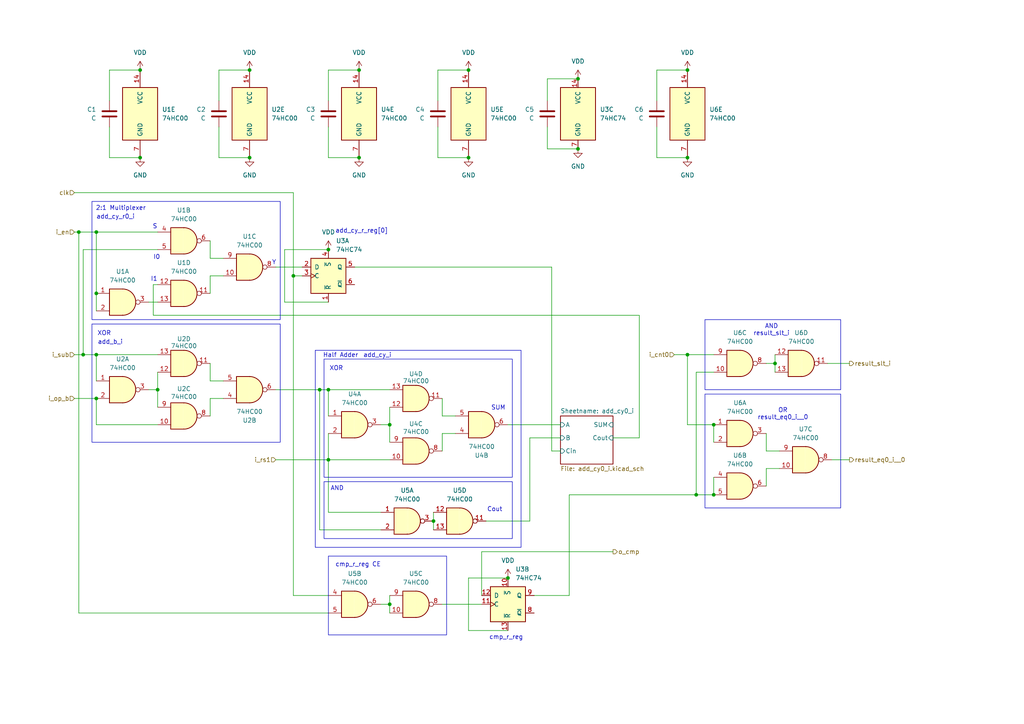
<source format=kicad_sch>
(kicad_sch (version 20231120) (generator "eeschema") (generator_version "8.0")
  (paper "A4")
  (lib_symbols
    (symbol "74xx:74HC00" (pin_names (offset 1.016))
      (property "Reference" "U" (at 0 1.27 0))
      (property "Value" "74HC00" (at 0 -1.27 0))
      (symbol "74HC00_1_1"
        (arc (start 0 -3.81) (mid 3.7934 0) (end 0 3.81) (stroke (width 0.254)) (fill (type background)))
        (polyline (pts (xy 0 3.81) (xy -3.81 3.81) (xy -3.81 -3.81) (xy 0 -3.81)) (stroke (width 0.254)) (fill (type background)))
        (pin input line (at -7.62 2.54 0) (length 3.81) (name "~") (number "1"))
        (pin input line (at -7.62 -2.54 0) (length 3.81) (name "~") (number "2"))
        (pin output inverted (at 7.62 0 180) (length 3.81) (name "~") (number "3"))
      )
      (symbol "74HC00_1_2"
        (arc (start -3.81 -3.81) (mid -2.589 0) (end -3.81 3.81) (stroke (width 0.254)))
        (arc (start -0.6096 -3.81) (mid 2.1842 -2.5851) (end 3.81 0) (stroke (width 0.254)) (fill (type background)))
        (polyline (pts (xy -3.81 -3.81) (xy -0.635 -3.81)) (stroke (width 0.254)) (fill (type background)))
        (polyline (pts (xy -3.81 3.81) (xy -0.635 3.81)) (stroke (width 0.254)) (fill (type background)))
        (polyline (pts (xy -0.635 3.81) (xy -3.81 3.81) (xy -3.81 3.81) (xy -3.556 3.4036) (xy -3.0226 2.2606) (xy -2.6924 1.0414) (xy -2.6162 -0.254) (xy -2.7686 -1.4986) (xy -3.175 -2.7178) (xy -3.81 -3.81) (xy -3.81 -3.81) (xy -0.635 -3.81)) (stroke (width -25.4)) (fill (type background)))
        (arc (start 3.81 0) (mid 2.1915 2.5936) (end -0.6096 3.81) (stroke (width 0.254)) (fill (type background)))
        (pin input inverted (at -7.62 2.54 0) (length 4.318) (name "~") (number "1"))
        (pin input inverted (at -7.62 -2.54 0) (length 4.318) (name "~") (number "2"))
        (pin output line (at 7.62 0 180) (length 3.81) (name "~") (number "3"))
      )
      (symbol "74HC00_2_1"
        (arc (start 0 -3.81) (mid 3.7934 0) (end 0 3.81) (stroke (width 0.254)) (fill (type background)))
        (polyline (pts (xy 0 3.81) (xy -3.81 3.81) (xy -3.81 -3.81) (xy 0 -3.81)) (stroke (width 0.254)) (fill (type background)))
        (pin input line (at -7.62 2.54 0) (length 3.81) (name "~") (number "4"))
        (pin input line (at -7.62 -2.54 0) (length 3.81) (name "~") (number "5"))
        (pin output inverted (at 7.62 0 180) (length 3.81) (name "~") (number "6"))
      )
      (symbol "74HC00_2_2"
        (arc (start -3.81 -3.81) (mid -2.589 0) (end -3.81 3.81) (stroke (width 0.254)))
        (arc (start -0.6096 -3.81) (mid 2.1842 -2.5851) (end 3.81 0) (stroke (width 0.254)) (fill (type background)))
        (polyline (pts (xy -3.81 -3.81) (xy -0.635 -3.81)) (stroke (width 0.254)) (fill (type background)))
        (polyline (pts (xy -3.81 3.81) (xy -0.635 3.81)) (stroke (width 0.254)) (fill (type background)))
        (polyline (pts (xy -0.635 3.81) (xy -3.81 3.81) (xy -3.81 3.81) (xy -3.556 3.4036) (xy -3.0226 2.2606) (xy -2.6924 1.0414) (xy -2.6162 -0.254) (xy -2.7686 -1.4986) (xy -3.175 -2.7178) (xy -3.81 -3.81) (xy -3.81 -3.81) (xy -0.635 -3.81)) (stroke (width -25.4)) (fill (type background)))
        (arc (start 3.81 0) (mid 2.1915 2.5936) (end -0.6096 3.81) (stroke (width 0.254)) (fill (type background)))
        (pin input inverted (at -7.62 2.54 0) (length 4.318) (name "~") (number "4"))
        (pin input inverted (at -7.62 -2.54 0) (length 4.318) (name "~") (number "5"))
        (pin output line (at 7.62 0 180) (length 3.81) (name "~") (number "6"))
      )
      (symbol "74HC00_3_1"
        (arc (start 0 -3.81) (mid 3.7934 0) (end 0 3.81) (stroke (width 0.254)) (fill (type background)))
        (polyline (pts (xy 0 3.81) (xy -3.81 3.81) (xy -3.81 -3.81) (xy 0 -3.81)) (stroke (width 0.254)) (fill (type background)))
        (pin input line (at -7.62 -2.54 0) (length 3.81) (name "~") (number "10"))
        (pin output inverted (at 7.62 0 180) (length 3.81) (name "~") (number "8"))
        (pin input line (at -7.62 2.54 0) (length 3.81) (name "~") (number "9"))
      )
      (symbol "74HC00_3_2"
        (arc (start -3.81 -3.81) (mid -2.589 0) (end -3.81 3.81) (stroke (width 0.254)))
        (arc (start -0.6096 -3.81) (mid 2.1842 -2.5851) (end 3.81 0) (stroke (width 0.254)) (fill (type background)))
        (polyline (pts (xy -3.81 -3.81) (xy -0.635 -3.81)) (stroke (width 0.254)) (fill (type background)))
        (polyline (pts (xy -3.81 3.81) (xy -0.635 3.81)) (stroke (width 0.254)) (fill (type background)))
        (polyline (pts (xy -0.635 3.81) (xy -3.81 3.81) (xy -3.81 3.81) (xy -3.556 3.4036) (xy -3.0226 2.2606) (xy -2.6924 1.0414) (xy -2.6162 -0.254) (xy -2.7686 -1.4986) (xy -3.175 -2.7178) (xy -3.81 -3.81) (xy -3.81 -3.81) (xy -0.635 -3.81)) (stroke (width -25.4)) (fill (type background)))
        (arc (start 3.81 0) (mid 2.1915 2.5936) (end -0.6096 3.81) (stroke (width 0.254)) (fill (type background)))
        (pin input inverted (at -7.62 -2.54 0) (length 4.318) (name "~") (number "10"))
        (pin output line (at 7.62 0 180) (length 3.81) (name "~") (number "8"))
        (pin input inverted (at -7.62 2.54 0) (length 4.318) (name "~") (number "9"))
      )
      (symbol "74HC00_4_1"
        (arc (start 0 -3.81) (mid 3.7934 0) (end 0 3.81) (stroke (width 0.254)) (fill (type background)))
        (polyline (pts (xy 0 3.81) (xy -3.81 3.81) (xy -3.81 -3.81) (xy 0 -3.81)) (stroke (width 0.254)) (fill (type background)))
        (pin output inverted (at 7.62 0 180) (length 3.81) (name "~") (number "11"))
        (pin input line (at -7.62 2.54 0) (length 3.81) (name "~") (number "12"))
        (pin input line (at -7.62 -2.54 0) (length 3.81) (name "~") (number "13"))
      )
      (symbol "74HC00_4_2"
        (arc (start -3.81 -3.81) (mid -2.589 0) (end -3.81 3.81) (stroke (width 0.254)))
        (arc (start -0.6096 -3.81) (mid 2.1842 -2.5851) (end 3.81 0) (stroke (width 0.254)) (fill (type background)))
        (polyline (pts (xy -3.81 -3.81) (xy -0.635 -3.81)) (stroke (width 0.254)) (fill (type background)))
        (polyline (pts (xy -3.81 3.81) (xy -0.635 3.81)) (stroke (width 0.254)) (fill (type background)))
        (polyline (pts (xy -0.635 3.81) (xy -3.81 3.81) (xy -3.81 3.81) (xy -3.556 3.4036) (xy -3.0226 2.2606) (xy -2.6924 1.0414) (xy -2.6162 -0.254) (xy -2.7686 -1.4986) (xy -3.175 -2.7178) (xy -3.81 -3.81) (xy -3.81 -3.81) (xy -0.635 -3.81)) (stroke (width -25.4)) (fill (type background)))
        (arc (start 3.81 0) (mid 2.1915 2.5936) (end -0.6096 3.81) (stroke (width 0.254)) (fill (type background)))
        (pin output line (at 7.62 0 180) (length 3.81) (name "~") (number "11"))
        (pin input inverted (at -7.62 2.54 0) (length 4.318) (name "~") (number "12"))
        (pin input inverted (at -7.62 -2.54 0) (length 4.318) (name "~") (number "13"))
      )
      (symbol "74HC00_5_0"
        (pin power_in line (at 0 12.7 270) (length 5.08) (name "VCC") (number "14"))
        (pin power_in line (at 0 -12.7 90) (length 5.08) (name "GND") (number "7"))
      )
      (symbol "74HC00_5_1"
        (rectangle (start -5.08 7.62) (end 5.08 -7.62) (stroke (width 0.254)) (fill (type background)))
      )
    )
    (symbol "74xx:74HC74" (pin_names (offset 1.016))
      (property "Reference" "U" (at -7.62 8.89 0))
      (property "Value" "74HC74" (at -7.62 -8.89 0))
      (symbol "74HC74_1_0"
        (pin input line (at 0 -7.62 90) (length 2.54) (name "~{R}") (number "1"))
        (pin input line (at -7.62 2.54 0) (length 2.54) (name "D") (number "2"))
        (pin input clock (at -7.62 0 0) (length 2.54) (name "C") (number "3"))
        (pin input line (at 0 7.62 270) (length 2.54) (name "~{S}") (number "4"))
        (pin output line (at 7.62 2.54 180) (length 2.54) (name "Q") (number "5"))
        (pin output line (at 7.62 -2.54 180) (length 2.54) (name "~{Q}") (number "6"))
      )
      (symbol "74HC74_1_1"
        (rectangle (start -5.08 5.08) (end 5.08 -5.08) (stroke (width 0.254)) (fill (type background)))
      )
      (symbol "74HC74_2_0"
        (pin input line (at 0 7.62 270) (length 2.54) (name "~{S}") (number "10"))
        (pin input clock (at -7.62 0 0) (length 2.54) (name "C") (number "11"))
        (pin input line (at -7.62 2.54 0) (length 2.54) (name "D") (number "12"))
        (pin input line (at 0 -7.62 90) (length 2.54) (name "~{R}") (number "13"))
        (pin output line (at 7.62 -2.54 180) (length 2.54) (name "~{Q}") (number "8"))
        (pin output line (at 7.62 2.54 180) (length 2.54) (name "Q") (number "9"))
      )
      (symbol "74HC74_2_1"
        (rectangle (start -5.08 5.08) (end 5.08 -5.08) (stroke (width 0.254)) (fill (type background)))
      )
      (symbol "74HC74_3_0"
        (pin power_in line (at 0 10.16 270) (length 2.54) (name "VCC") (number "14"))
        (pin power_in line (at 0 -10.16 90) (length 2.54) (name "GND") (number "7"))
      )
      (symbol "74HC74_3_1"
        (rectangle (start -5.08 7.62) (end 5.08 -7.62) (stroke (width 0.254)) (fill (type background)))
      )
    )
    (symbol "Device:C" (pin_numbers hide) (pin_names (offset 0.254))
      (property "Reference" "C" (at 0.635 2.54 0))
      (property "Value" "C" (at 0.635 -2.54 0))
      (symbol "C_0_1"
        (polyline (pts (xy -2.032 -0.762) (xy 2.032 -0.762)) (stroke (width 0.508)))
        (polyline (pts (xy -2.032 0.762) (xy 2.032 0.762)) (stroke (width 0.508)))
      )
      (symbol "C_1_1"
        (pin passive line (at 0 3.81 270) (length 2.794) (name "~") (number "1"))
        (pin passive line (at 0 -3.81 90) (length 2.794) (name "~") (number "2"))
      )
    )
    (symbol "power:GND" (power) (pin_numbers hide) (pin_names (offset 0) hide)
      (property "Value" "GND" (at 0 -3.81 0))
      (symbol "GND_0_1"
        (polyline (pts (xy 0 0) (xy 0 -1.27) (xy 1.27 -1.27) (xy 0 -2.54) (xy -1.27 -1.27) (xy 0 -1.27)))
      )
      (symbol "GND_1_1"
        (pin power_in line (at 0 0 270) (length 0) (name "~") (number "1"))
      )
    )
    (symbol "power:VDD" (power) (pin_numbers hide) (pin_names (offset 0) hide)
      (property "Value" "VDD" (at 0 3.556 0))
      (symbol "VDD_0_1"
        (polyline (pts (xy -0.762 1.27) (xy 0 2.54)))
        (polyline (pts (xy 0 0) (xy 0 2.54)))
        (polyline (pts (xy 0 2.54) (xy 0.762 1.27)))
      )
      (symbol "VDD_1_1"
        (pin power_in line (at 0 0 90) (length 0) (name "~") (number "1"))
      )
    )
  )
  (junction (at 72.39 20.32))
  (junction (at 45.72 113.03))
  (junction (at 224.79 105.41))
  (junction (at 207.01 143.51))
  (junction (at 85.09 80.01))
  (junction (at 167.64 22.86))
  (junction (at 72.39 45.72))
  (junction (at 113.03 175.26))
  (junction (at 199.39 102.87))
  (junction (at 40.64 45.72))
  (junction (at 27.94 102.87))
  (junction (at 135.89 20.32))
  (junction (at 104.14 45.72))
  (junction (at 27.94 85.09))
  (junction (at 125.73 151.13))
  (junction (at 27.94 67.31))
  (junction (at 95.25 133.35))
  (junction (at 199.39 20.32))
  (junction (at 201.93 143.51))
  (junction (at 27.94 115.57))
  (junction (at 207.01 123.19))
  (junction (at 95.25 113.03))
  (junction (at 104.14 20.32))
  (junction (at 147.32 167.64))
  (junction (at 40.64 20.32))
  (junction (at 24.13 102.87))
  (junction (at 95.25 72.39))
  (junction (at 199.39 45.72))
  (junction (at 167.64 43.18))
  (junction (at 92.71 113.03))
  (junction (at 113.03 123.19))
  (junction (at 22.86 67.31))
  (junction (at 135.89 45.72))
  (wire (pts (xy 60.96 110.49) (xy 64.77 110.49)))
  (wire (pts (xy 222.25 130.81) (xy 222.25 125.73)))
  (wire (pts (xy 190.5 20.32) (xy 199.39 20.32)))
  (wire (pts (xy 104.14 45.72) (xy 95.25 45.72)))
  (wire (pts (xy 222.25 135.89) (xy 222.25 140.97)))
  (wire (pts (xy 95.25 177.8) (xy 22.86 177.8)))
  (wire (pts (xy 240.03 105.41) (xy 246.38 105.41)))
  (wire (pts (xy 190.5 45.72) (xy 190.5 36.83)))
  (wire (pts (xy 224.79 105.41) (xy 224.79 107.95)))
  (wire (pts (xy 82.55 87.63) (xy 95.25 87.63)))
  (wire (pts (xy 22.86 177.8) (xy 22.86 67.31)))
  (wire (pts (xy 154.94 172.72) (xy 165.1 172.72)))
  (wire (pts (xy 60.96 120.65) (xy 60.96 115.57)))
  (wire (pts (xy 85.09 80.01) (xy 85.09 172.72)))
  (wire (pts (xy 128.27 175.26) (xy 139.7 175.26)))
  (wire (pts (xy 40.64 45.72) (xy 31.75 45.72)))
  (wire (pts (xy 72.39 20.32) (xy 63.5 20.32)))
  (wire (pts (xy 201.93 143.51) (xy 207.01 143.51)))
  (wire (pts (xy 110.49 175.26) (xy 113.03 175.26)))
  (wire (pts (xy 95.25 45.72) (xy 95.25 36.83)))
  (wire (pts (xy 63.5 45.72) (xy 63.5 36.83)))
  (wire (pts (xy 113.03 172.72) (xy 113.03 175.26)))
  (wire (pts (xy 95.25 20.32) (xy 95.25 29.21)))
  (wire (pts (xy 185.42 127) (xy 177.8 127)))
  (wire (pts (xy 113.03 118.11) (xy 113.03 123.19)))
  (wire (pts (xy 139.7 160.02) (xy 177.8 160.02)))
  (wire (pts (xy 45.72 113.03) (xy 45.72 118.11)))
  (wire (pts (xy 60.96 105.41) (xy 60.96 110.49)))
  (wire (pts (xy 190.5 29.21) (xy 190.5 20.32)))
  (wire (pts (xy 127 20.32) (xy 127 29.21)))
  (wire (pts (xy 95.25 148.59) (xy 95.25 133.35)))
  (wire (pts (xy 201.93 107.95) (xy 201.93 143.51)))
  (wire (pts (xy 128.27 125.73) (xy 132.08 125.73)))
  (wire (pts (xy 113.03 123.19) (xy 113.03 128.27)))
  (wire (pts (xy 199.39 45.72) (xy 190.5 45.72)))
  (wire (pts (xy 135.89 182.88) (xy 147.32 182.88)))
  (wire (pts (xy 135.89 167.64) (xy 135.89 182.88)))
  (wire (pts (xy 207.01 123.19) (xy 207.01 128.27)))
  (wire (pts (xy 60.96 74.93) (xy 64.77 74.93)))
  (wire (pts (xy 167.64 43.18) (xy 158.75 43.18)))
  (wire (pts (xy 45.72 67.31) (xy 27.94 67.31)))
  (wire (pts (xy 241.3 133.35) (xy 246.38 133.35)))
  (wire (pts (xy 160.02 77.47) (xy 102.87 77.47)))
  (wire (pts (xy 22.86 67.31) (xy 21.59 67.31)))
  (wire (pts (xy 140.97 151.13) (xy 153.67 151.13)))
  (wire (pts (xy 43.18 113.03) (xy 45.72 113.03)))
  (wire (pts (xy 113.03 175.26) (xy 113.03 177.8)))
  (wire (pts (xy 92.71 153.67) (xy 92.71 113.03)))
  (wire (pts (xy 31.75 29.21) (xy 31.75 20.32)))
  (wire (pts (xy 80.01 133.35) (xy 95.25 133.35)))
  (wire (pts (xy 27.94 67.31) (xy 22.86 67.31)))
  (wire (pts (xy 92.71 113.03) (xy 95.25 113.03)))
  (wire (pts (xy 45.72 82.55) (xy 44.45 82.55)))
  (wire (pts (xy 43.18 87.63) (xy 45.72 87.63)))
  (wire (pts (xy 44.45 91.44) (xy 185.42 91.44)))
  (wire (pts (xy 185.42 91.44) (xy 185.42 127)))
  (wire (pts (xy 165.1 172.72) (xy 165.1 143.51)))
  (wire (pts (xy 226.06 135.89) (xy 222.25 135.89)))
  (wire (pts (xy 60.96 115.57) (xy 64.77 115.57)))
  (wire (pts (xy 139.7 172.72) (xy 139.7 160.02)))
  (wire (pts (xy 165.1 143.51) (xy 201.93 143.51)))
  (wire (pts (xy 21.59 102.87) (xy 24.13 102.87)))
  (wire (pts (xy 125.73 148.59) (xy 125.73 151.13)))
  (wire (pts (xy 87.63 80.01) (xy 85.09 80.01)))
  (wire (pts (xy 128.27 130.81) (xy 128.27 125.73)))
  (wire (pts (xy 147.32 167.64) (xy 135.89 167.64)))
  (wire (pts (xy 80.01 113.03) (xy 92.71 113.03)))
  (wire (pts (xy 104.14 20.32) (xy 95.25 20.32)))
  (wire (pts (xy 21.59 55.88) (xy 85.09 55.88)))
  (wire (pts (xy 60.96 85.09) (xy 60.96 80.01)))
  (wire (pts (xy 60.96 69.85) (xy 60.96 74.93)))
  (wire (pts (xy 82.55 72.39) (xy 82.55 87.63)))
  (wire (pts (xy 127 45.72) (xy 127 36.83)))
  (wire (pts (xy 158.75 43.18) (xy 158.75 36.83)))
  (wire (pts (xy 153.67 151.13) (xy 153.67 127)))
  (wire (pts (xy 95.25 172.72) (xy 85.09 172.72)))
  (wire (pts (xy 110.49 123.19) (xy 113.03 123.19)))
  (wire (pts (xy 222.25 105.41) (xy 224.79 105.41)))
  (wire (pts (xy 24.13 102.87) (xy 27.94 102.87)))
  (wire (pts (xy 27.94 115.57) (xy 27.94 123.19)))
  (wire (pts (xy 158.75 22.86) (xy 158.75 29.21)))
  (wire (pts (xy 125.73 151.13) (xy 125.73 153.67)))
  (wire (pts (xy 135.89 45.72) (xy 127 45.72)))
  (wire (pts (xy 224.79 102.87) (xy 224.79 105.41)))
  (wire (pts (xy 24.13 72.39) (xy 45.72 72.39)))
  (wire (pts (xy 27.94 85.09) (xy 27.94 90.17)))
  (wire (pts (xy 45.72 123.19) (xy 27.94 123.19)))
  (wire (pts (xy 27.94 67.31) (xy 27.94 85.09)))
  (wire (pts (xy 162.56 130.81) (xy 160.02 130.81)))
  (wire (pts (xy 80.01 77.47) (xy 87.63 77.47)))
  (wire (pts (xy 207.01 138.43) (xy 207.01 143.51)))
  (wire (pts (xy 44.45 82.55) (xy 44.45 91.44)))
  (wire (pts (xy 167.64 22.86) (xy 158.75 22.86)))
  (wire (pts (xy 95.25 72.39) (xy 82.55 72.39)))
  (wire (pts (xy 160.02 130.81) (xy 160.02 77.47)))
  (wire (pts (xy 31.75 45.72) (xy 31.75 36.83)))
  (wire (pts (xy 110.49 153.67) (xy 92.71 153.67)))
  (wire (pts (xy 21.59 115.57) (xy 27.94 115.57)))
  (wire (pts (xy 45.72 102.87) (xy 27.94 102.87)))
  (wire (pts (xy 72.39 45.72) (xy 63.5 45.72)))
  (wire (pts (xy 153.67 127) (xy 162.56 127)))
  (wire (pts (xy 199.39 102.87) (xy 199.39 123.19)))
  (wire (pts (xy 199.39 123.19) (xy 207.01 123.19)))
  (wire (pts (xy 85.09 80.01) (xy 85.09 55.88)))
  (wire (pts (xy 31.75 20.32) (xy 40.64 20.32)))
  (wire (pts (xy 113.03 133.35) (xy 95.25 133.35)))
  (wire (pts (xy 195.58 102.87) (xy 199.39 102.87)))
  (wire (pts (xy 226.06 130.81) (xy 222.25 130.81)))
  (wire (pts (xy 110.49 148.59) (xy 95.25 148.59)))
  (wire (pts (xy 207.01 102.87) (xy 199.39 102.87)))
  (wire (pts (xy 95.25 113.03) (xy 95.25 120.65)))
  (wire (pts (xy 113.03 113.03) (xy 95.25 113.03)))
  (wire (pts (xy 207.01 107.95) (xy 201.93 107.95)))
  (wire (pts (xy 24.13 72.39) (xy 24.13 102.87)))
  (wire (pts (xy 128.27 120.65) (xy 132.08 120.65)))
  (wire (pts (xy 147.32 123.19) (xy 162.56 123.19)))
  (wire (pts (xy 95.25 125.73) (xy 95.25 133.35)))
  (wire (pts (xy 60.96 80.01) (xy 64.77 80.01)))
  (wire (pts (xy 45.72 107.95) (xy 45.72 113.03)))
  (wire (pts (xy 128.27 115.57) (xy 128.27 120.65)))
  (wire (pts (xy 135.89 20.32) (xy 127 20.32)))
  (wire (pts (xy 27.94 102.87) (xy 27.94 110.49)))
  (wire (pts (xy 63.5 20.32) (xy 63.5 29.21)))
  (rectangle (start 91.44 101.6) (end 151.13 158.75))
  (rectangle (start 26.67 58.42) (end 81.28 92.71))
  (rectangle (start 93.98 139.7) (end 148.59 156.21))
  (rectangle (start 26.67 93.98) (end 81.28 128.27))
  (rectangle (start 204.47 114.3) (end 243.84 147.32))
  (rectangle (start 204.47 92.71) (end 243.84 113.03))
  (rectangle (start 95.25 161.29) (end 129.54 184.15))
  (rectangle (start 93.98 104.14) (end 148.59 138.43))
  (text "add_b_i" (at 32.004 99.314 0) (effects (font (size 1.27 1.27))))
  (text "AND\nresult_slt_i" (at 223.774 95.758 0) (effects (font (size 1.27 1.27))))
  (text "SUM" (at 144.526 118.364 0) (effects (font (size 1.27 1.27))))
  (text "AND" (at 97.79 141.732 0) (effects (font (size 1.27 1.27))))
  (text "OR\nresult_eq0_i__0" (at 227.076 120.142 0) (effects (font (size 1.27 1.27))))
  (text "S" (at 44.958 65.786 0) (effects (font (size 1.27 1.27))))
  (text "Half Adder" (at 98.806 103.124 0) (effects (font (size 1.27 1.27))))
  (text "add_cy_i" (at 109.474 103.124 0) (effects (font (size 1.27 1.27))))
  (text "cmp_r_reg" (at 146.812 184.912 0) (effects (font (size 1.27 1.27))))
  (text "I1" (at 44.704 81.026 0) (effects (font (size 1.27 1.27))))
  (text "Cout" (at 143.51 147.828 0) (effects (font (size 1.27 1.27))))
  (text "XOR" (at 30.226 96.774 0) (effects (font (size 1.27 1.27))))
  (text "cmp_r_reg CE" (at 103.886 163.83 0) (effects (font (size 1.27 1.27))))
  (text "I0" (at 45.466 74.676 0) (effects (font (size 1.27 1.27))))
  (text "Y" (at 79.502 76.2 0) (effects (font (size 1.27 1.27))))
  (text "add_cy_r_reg[0]" (at 104.902 67.056 0) (effects (font (size 1.27 1.27))))
  (text "add_cy_r0_i" (at 33.528 62.992 0) (effects (font (size 1.27 1.27))))
  (text "2:1 Multiplexer" (at 35.052 60.452 0) (effects (font (size 1.27 1.27))))
  (text "XOR" (at 97.536 106.934 0) (effects (font (size 1.27 1.27))))
  (hierarchical_label "i_op_b" (shape input) (at 21.59 115.57 180))
  (hierarchical_label "i_cnt0" (shape input) (at 195.58 102.87 180))
  (hierarchical_label "i_en" (shape input) (at 21.59 67.31 180))
  (hierarchical_label "i_sub" (shape input) (at 21.59 102.87 180))
  (hierarchical_label "result_slt_i" (shape output) (at 246.38 105.41 0))
  (hierarchical_label "o_cmp" (shape output) (at 177.8 160.02 0))
  (hierarchical_label "result_eq0_i__0" (shape output) (at 246.38 133.35 0))
  (hierarchical_label "clk" (shape input) (at 21.59 55.88 180))
  (hierarchical_label "i_rs1" (shape input) (at 80.01 133.35 180))
  (symbol (lib_id "power:GND") (at 199.39 45.72 0) (unit 1)
    (property "Reference" "#PWR014" (effects (hide yes)))
    (property "Value" "GND" (at 199.39 50.8 0))
    (property "Description" "Power symbol creates a global label with name \"GND\" , ground" (effects (hide yes)))
  )
  (symbol (lib_id "74xx:74HC74") (at 167.64 33.02 0) (unit 3)
    (property "Reference" "U3" (at 173.99 31.7499 0) (effects (justify left)))
    (property "Value" "74HC74" (at 173.99 34.2899 0) (effects (justify left)))
    (property "Datasheet" "74xx/74hc_hct74.pdf" (effects (hide yes)))
    (property "Description" "Dual D Flip-flop, Set & Reset" (effects (hide yes)))
  )
  (symbol (lib_id "74xx:74HC00") (at 53.34 85.09 0) (unit 4)
    (property "Reference" "U1" (at 53.3317 76.2 0))
    (property "Value" "74HC00" (at 53.3317 78.74 0))
    (property "Datasheet" "http://www.ti.com/lit/gpn/sn74hc00" (effects (hide yes)))
    (property "Description" "quad 2-input NAND gate" (effects (hide yes)))
  )
  (symbol (lib_id "Device:C") (at 95.25 33.02 0) (mirror y) (unit 1)
    (property "Reference" "C3" (at 91.44 31.7499 0) (effects (justify left)))
    (property "Value" "C" (at 91.44 34.2899 0) (effects (justify left)))
    (property "Description" "Unpolarized capacitor" (effects (hide yes)))
  )
  (symbol (lib_id "power:VDD") (at 40.64 20.32 0) (unit 1)
    (property "Reference" "#PWR01" (effects (hide yes)))
    (property "Value" "VDD" (at 40.64 15.24 0))
    (property "Description" "Power symbol creates a global label with name \"VDD\"" (effects (hide yes)))
  )
  (symbol (lib_id "74xx:74HC00") (at 72.39 113.03 0) (mirror x) (unit 2)
    (property "Reference" "U2" (at 72.3817 121.92 0))
    (property "Value" "74HC00" (at 72.3817 119.38 0))
    (property "Datasheet" "http://www.ti.com/lit/gpn/sn74hc00" (effects (hide yes)))
    (property "Description" "quad 2-input NAND gate" (effects (hide yes)))
  )
  (symbol (lib_id "Device:C") (at 190.5 33.02 0) (mirror y) (unit 1)
    (property "Reference" "C6" (at 186.69 31.7499 0) (effects (justify left)))
    (property "Value" "C" (at 186.69 34.2899 0) (effects (justify left)))
    (property "Description" "Unpolarized capacitor" (effects (hide yes)))
  )
  (symbol (lib_id "power:VDD") (at 167.64 22.86 0) (unit 1)
    (property "Reference" "#PWR011" (effects (hide yes)))
    (property "Value" "VDD" (at 167.64 17.78 0))
    (property "Description" "Power symbol creates a global label with name \"VDD\"" (effects (hide yes)))
  )
  (symbol (lib_id "74xx:74HC00") (at 102.87 123.19 0) (unit 1)
    (property "Reference" "U4" (at 102.8617 114.3 0))
    (property "Value" "74HC00" (at 102.8617 116.84 0))
    (property "Datasheet" "http://www.ti.com/lit/gpn/sn74hc00" (effects (hide yes)))
    (property "Description" "quad 2-input NAND gate" (effects (hide yes)))
  )
  (symbol (lib_id "74xx:74HC00") (at 53.34 120.65 0) (unit 3)
    (property "Reference" "U2" (at 53.34 112.776 0))
    (property "Value" "74HC00" (at 53.34 115.062 0))
    (property "Datasheet" "http://www.ti.com/lit/gpn/sn74hc00" (effects (hide yes)))
    (property "Description" "quad 2-input NAND gate" (effects (hide yes)))
  )
  (symbol (lib_id "Device:C") (at 158.75 33.02 0) (mirror y) (unit 1)
    (property "Reference" "C5" (at 154.94 31.7499 0) (effects (justify left)))
    (property "Value" "C" (at 154.94 34.2899 0) (effects (justify left)))
    (property "Description" "Unpolarized capacitor" (effects (hide yes)))
  )
  (symbol (lib_id "74xx:74HC00") (at 35.56 113.03 0) (unit 1)
    (property "Reference" "U2" (at 35.5517 104.14 0))
    (property "Value" "74HC00" (at 35.5517 106.68 0))
    (property "Datasheet" "http://www.ti.com/lit/gpn/sn74hc00" (effects (hide yes)))
    (property "Description" "quad 2-input NAND gate" (effects (hide yes)))
  )
  (symbol (lib_id "74xx:74HC00") (at 72.39 77.47 0) (unit 3)
    (property "Reference" "U1" (at 72.3817 68.58 0))
    (property "Value" "74HC00" (at 72.3817 71.12 0))
    (property "Datasheet" "http://www.ti.com/lit/gpn/sn74hc00" (effects (hide yes)))
    (property "Description" "quad 2-input NAND gate" (effects (hide yes)))
  )
  (symbol (lib_id "74xx:74HC00") (at 104.14 33.02 0) (unit 5)
    (property "Reference" "U4" (at 110.49 31.7499 0) (effects (justify left)))
    (property "Value" "74HC00" (at 110.49 34.2899 0) (effects (justify left)))
    (property "Datasheet" "http://www.ti.com/lit/gpn/sn74hc00" (effects (hide yes)))
    (property "Description" "quad 2-input NAND gate" (effects (hide yes)))
  )
  (symbol (lib_id "74xx:74HC00") (at 199.39 33.02 0) (unit 5)
    (property "Reference" "U6" (at 205.74 31.7499 0) (effects (justify left)))
    (property "Value" "74HC00" (at 205.74 34.2899 0) (effects (justify left)))
    (property "Datasheet" "http://www.ti.com/lit/gpn/sn74hc00" (effects (hide yes)))
    (property "Description" "quad 2-input NAND gate" (effects (hide yes)))
  )
  (symbol (lib_id "74xx:74HC00") (at 118.11 151.13 0) (unit 1)
    (property "Reference" "U5" (at 118.1017 142.24 0))
    (property "Value" "74HC00" (at 118.1017 144.78 0))
    (property "Datasheet" "http://www.ti.com/lit/gpn/sn74hc00" (effects (hide yes)))
    (property "Description" "quad 2-input NAND gate" (effects (hide yes)))
  )
  (symbol (lib_id "74xx:74HC00") (at 53.34 105.41 0) (mirror x) (unit 4)
    (property "Reference" "U2" (at 53.34 98.298 0))
    (property "Value" "74HC00" (at 53.34 100.33 0))
    (property "Datasheet" "http://www.ti.com/lit/gpn/sn74hc00" (effects (hide yes)))
    (property "Description" "quad 2-input NAND gate" (effects (hide yes)))
  )
  (symbol (lib_id "74xx:74HC74") (at 147.32 175.26 0) (unit 2)
    (property "Reference" "U3" (at 149.5141 165.1 0) (effects (justify left)))
    (property "Value" "74HC74" (at 149.5141 167.64 0) (effects (justify left)))
    (property "Datasheet" "74xx/74hc_hct74.pdf" (effects (hide yes)))
    (property "Description" "Dual D Flip-flop, Set & Reset" (effects (hide yes)))
  )
  (symbol (lib_id "power:VDD") (at 199.39 20.32 0) (unit 1)
    (property "Reference" "#PWR013" (effects (hide yes)))
    (property "Value" "VDD" (at 199.39 15.24 0))
    (property "Description" "Power symbol creates a global label with name \"VDD\"" (effects (hide yes)))
  )
  (symbol (lib_id "Device:C") (at 31.75 33.02 0) (mirror y) (unit 1)
    (property "Reference" "C1" (at 27.94 31.7499 0) (effects (justify left)))
    (property "Value" "C" (at 27.94 34.2899 0) (effects (justify left)))
    (property "Description" "Unpolarized capacitor" (effects (hide yes)))
  )
  (symbol (lib_id "74xx:74HC00") (at 120.65 130.81 0) (unit 3)
    (property "Reference" "U4" (at 120.65 122.936 0))
    (property "Value" "74HC00" (at 120.65 125.222 0))
    (property "Datasheet" "http://www.ti.com/lit/gpn/sn74hc00" (effects (hide yes)))
    (property "Description" "quad 2-input NAND gate" (effects (hide yes)))
  )
  (symbol (lib_id "Device:C") (at 63.5 33.02 0) (mirror y) (unit 1)
    (property "Reference" "C2" (at 59.69 31.7499 0) (effects (justify left)))
    (property "Value" "C" (at 59.69 34.2899 0) (effects (justify left)))
    (property "Description" "Unpolarized capacitor" (effects (hide yes)))
  )
  (symbol (lib_id "74xx:74HC00") (at 72.39 33.02 0) (unit 5)
    (property "Reference" "U2" (at 78.74 31.7499 0) (effects (justify left)))
    (property "Value" "74HC00" (at 78.74 34.2899 0) (effects (justify left)))
    (property "Datasheet" "http://www.ti.com/lit/gpn/sn74hc00" (effects (hide yes)))
    (property "Description" "quad 2-input NAND gate" (effects (hide yes)))
  )
  (symbol (lib_id "power:GND") (at 72.39 45.72 0) (unit 1)
    (property "Reference" "#PWR04" (effects (hide yes)))
    (property "Value" "GND" (at 72.39 50.8 0))
    (property "Description" "Power symbol creates a global label with name \"GND\" , ground" (effects (hide yes)))
  )
  (symbol (lib_id "power:VDD") (at 104.14 20.32 0) (unit 1)
    (property "Reference" "#PWR06" (effects (hide yes)))
    (property "Value" "VDD" (at 104.14 15.24 0))
    (property "Description" "Power symbol creates a global label with name \"VDD\"" (effects (hide yes)))
  )
  (symbol (lib_id "power:GND") (at 135.89 45.72 0) (unit 1)
    (property "Reference" "#PWR09" (effects (hide yes)))
    (property "Value" "GND" (at 135.89 50.8 0))
    (property "Description" "Power symbol creates a global label with name \"GND\" , ground" (effects (hide yes)))
  )
  (symbol (lib_id "74xx:74HC00") (at 133.35 151.13 0) (unit 4)
    (property "Reference" "U5" (at 133.3417 142.24 0))
    (property "Value" "74HC00" (at 133.3417 144.78 0))
    (property "Datasheet" "http://www.ti.com/lit/gpn/sn74hc00" (effects (hide yes)))
    (property "Description" "quad 2-input NAND gate" (effects (hide yes)))
  )
  (symbol (lib_id "power:GND") (at 104.14 45.72 0) (unit 1)
    (property "Reference" "#PWR07" (effects (hide yes)))
    (property "Value" "GND" (at 104.14 50.8 0))
    (property "Description" "Power symbol creates a global label with name \"GND\" , ground" (effects (hide yes)))
  )
  (symbol (lib_id "74xx:74HC00") (at 120.65 115.57 0) (mirror x) (unit 4)
    (property "Reference" "U4" (at 120.65 108.458 0))
    (property "Value" "74HC00" (at 120.65 110.49 0))
    (property "Datasheet" "http://www.ti.com/lit/gpn/sn74hc00" (effects (hide yes)))
    (property "Description" "quad 2-input NAND gate" (effects (hide yes)))
  )
  (symbol (lib_id "74xx:74HC00") (at 214.63 125.73 0) (unit 1)
    (property "Reference" "U6" (at 214.6217 116.84 0))
    (property "Value" "74HC00" (at 214.6217 119.38 0))
    (property "Datasheet" "http://www.ti.com/lit/gpn/sn74hc00" (effects (hide yes)))
    (property "Description" "quad 2-input NAND gate" (effects (hide yes)))
  )
  (symbol (lib_id "74xx:74HC00") (at 40.64 33.02 0) (unit 5)
    (property "Reference" "U1" (at 46.99 31.7499 0) (effects (justify left)))
    (property "Value" "74HC00" (at 46.99 34.2899 0) (effects (justify left)))
    (property "Datasheet" "http://www.ti.com/lit/gpn/sn74hc00" (effects (hide yes)))
    (property "Description" "quad 2-input NAND gate" (effects (hide yes)))
  )
  (symbol (lib_id "74xx:74HC00") (at 139.7 123.19 0) (mirror x) (unit 2)
    (property "Reference" "U4" (at 139.6917 132.08 0))
    (property "Value" "74HC00" (at 139.6917 129.54 0))
    (property "Datasheet" "http://www.ti.com/lit/gpn/sn74hc00" (effects (hide yes)))
    (property "Description" "quad 2-input NAND gate" (effects (hide yes)))
  )
  (symbol (lib_id "power:GND") (at 40.64 45.72 0) (unit 1)
    (property "Reference" "#PWR02" (effects (hide yes)))
    (property "Value" "GND" (at 40.64 50.8 0))
    (property "Description" "Power symbol creates a global label with name \"GND\" , ground" (effects (hide yes)))
  )
  (symbol (lib_id "74xx:74HC00") (at 232.41 105.41 0) (unit 4)
    (property "Reference" "U6" (at 232.4017 96.52 0))
    (property "Value" "74HC00" (at 232.4017 99.06 0))
    (property "Datasheet" "http://www.ti.com/lit/gpn/sn74hc00" (effects (hide yes)))
    (property "Description" "quad 2-input NAND gate" (effects (hide yes)))
  )
  (symbol (lib_id "power:VDD") (at 147.32 167.64 0) (unit 1)
    (property "Reference" "#PWR010" (effects (hide yes)))
    (property "Value" "VDD" (at 147.32 162.56 0))
    (property "Description" "Power symbol creates a global label with name \"VDD\"" (effects (hide yes)))
  )
  (symbol (lib_id "74xx:74HC00") (at 102.87 175.26 0) (unit 2)
    (property "Reference" "U5" (at 102.8617 166.37 0))
    (property "Value" "74HC00" (at 102.8617 168.91 0))
    (property "Datasheet" "http://www.ti.com/lit/gpn/sn74hc00" (effects (hide yes)))
    (property "Description" "quad 2-input NAND gate" (effects (hide yes)))
  )
  (symbol (lib_id "74xx:74HC00") (at 233.68 133.35 0) (unit 3)
    (property "Reference" "U7" (at 233.6717 124.46 0))
    (property "Value" "74HC00" (at 233.6717 127 0))
    (property "Datasheet" "http://www.ti.com/lit/gpn/sn74hc00" (effects (hide yes)))
    (property "Description" "quad 2-input NAND gate" (effects (hide yes)))
  )
  (symbol (lib_id "74xx:74HC00") (at 120.65 175.26 0) (unit 3)
    (property "Reference" "U5" (at 120.6417 166.37 0))
    (property "Value" "74HC00" (at 120.6417 168.91 0))
    (property "Datasheet" "http://www.ti.com/lit/gpn/sn74hc00" (effects (hide yes)))
    (property "Description" "quad 2-input NAND gate" (effects (hide yes)))
  )
  (symbol (lib_id "power:VDD") (at 72.39 20.32 0) (unit 1)
    (property "Reference" "#PWR03" (effects (hide yes)))
    (property "Value" "VDD" (at 72.39 15.24 0))
    (property "Description" "Power symbol creates a global label with name \"VDD\"" (effects (hide yes)))
  )
  (symbol (lib_id "74xx:74HC00") (at 135.89 33.02 0) (unit 5)
    (property "Reference" "U5" (at 142.24 31.7499 0) (effects (justify left)))
    (property "Value" "74HC00" (at 142.24 34.2899 0) (effects (justify left)))
    (property "Datasheet" "http://www.ti.com/lit/gpn/sn74hc00" (effects (hide yes)))
    (property "Description" "quad 2-input NAND gate" (effects (hide yes)))
  )
  (symbol (lib_id "74xx:74HC74") (at 95.25 80.01 0) (unit 1)
    (property "Reference" "U3" (at 97.4441 69.85 0) (effects (justify left)))
    (property "Value" "74HC74" (at 97.4441 72.39 0) (effects (justify left)))
    (property "Datasheet" "74xx/74hc_hct74.pdf" (effects (hide yes)))
    (property "Description" "Dual D Flip-flop, Set & Reset" (effects (hide yes)))
  )
  (symbol (lib_id "74xx:74HC00") (at 214.63 105.41 0) (unit 3)
    (property "Reference" "U6" (at 214.6217 96.52 0))
    (property "Value" "74HC00" (at 214.6217 99.06 0))
    (property "Datasheet" "http://www.ti.com/lit/gpn/sn74hc00" (effects (hide yes)))
    (property "Description" "quad 2-input NAND gate" (effects (hide yes)))
  )
  (symbol (lib_id "power:GND") (at 167.64 43.18 0) (unit 1)
    (property "Reference" "#PWR012" (effects (hide yes)))
    (property "Value" "GND" (at 167.64 48.26 0))
    (property "Description" "Power symbol creates a global label with name \"GND\" , ground" (effects (hide yes)))
  )
  (symbol (lib_id "power:VDD") (at 135.89 20.32 0) (unit 1)
    (property "Reference" "#PWR08" (effects (hide yes)))
    (property "Value" "VDD" (at 135.89 15.24 0))
    (property "Description" "Power symbol creates a global label with name \"VDD\"" (effects (hide yes)))
  )
  (symbol (lib_id "74xx:74HC00") (at 214.63 140.97 0) (unit 2)
    (property "Reference" "U6" (at 214.6217 132.08 0))
    (property "Value" "74HC00" (at 214.6217 134.62 0))
    (property "Datasheet" "http://www.ti.com/lit/gpn/sn74hc00" (effects (hide yes)))
    (property "Description" "quad 2-input NAND gate" (effects (hide yes)))
  )
  (symbol (lib_id "74xx:74HC00") (at 53.34 69.85 0) (unit 2)
    (property "Reference" "U1" (at 53.3317 60.96 0))
    (property "Value" "74HC00" (at 53.3317 63.5 0))
    (property "Datasheet" "http://www.ti.com/lit/gpn/sn74hc00" (effects (hide yes)))
    (property "Description" "quad 2-input NAND gate" (effects (hide yes)))
  )
  (symbol (lib_id "power:VDD") (at 95.25 72.39 0) (unit 1)
    (property "Reference" "#PWR05" (effects (hide yes)))
    (property "Value" "VDD" (at 95.25 67.31 0))
    (property "Description" "Power symbol creates a global label with name \"VDD\"" (effects (hide yes)))
  )
  (symbol (lib_id "Device:C") (at 127 33.02 0) (mirror y) (unit 1)
    (property "Reference" "C4" (at 123.19 31.7499 0) (effects (justify left)))
    (property "Value" "C" (at 123.19 34.2899 0) (effects (justify left)))
    (property "Description" "Unpolarized capacitor" (effects (hide yes)))
  )
  (symbol (lib_id "74xx:74HC00") (at 35.56 87.63 0) (unit 1)
    (property "Reference" "U1" (at 35.5517 78.74 0))
    (property "Value" "74HC00" (at 35.5517 81.28 0))
    (property "Datasheet" "http://www.ti.com/lit/gpn/sn74hc00" (effects (hide yes)))
    (property "Description" "quad 2-input NAND gate" (effects (hide yes)))
  )
  (sheet (at 162.56 120.65) (size 15.24 13.97) (stroke (width 0.1524))
    (property "Sheetname" "add_cy0_i" (at 162.56 119.9384 0) (show_name yes) (effects (justify left bottom)))
    (property "Sheetfile" "add_cy0_i.kicad_sch" (at 162.56 135.2046 0) (effects (justify left top)))
    (pin "Cout" input (at 177.8 127 0))
    (pin "SUM" input (at 177.8 123.19 0))
    (pin "A" input (at 162.56 123.19 180))
    (pin "B" input (at 162.56 127 180))
    (pin "Cin" input (at 162.56 130.81 180))
  )
)
</source>
